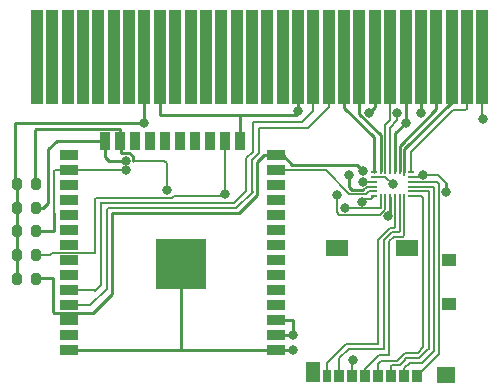
<source format=gbr>
%TF.GenerationSoftware,KiCad,Pcbnew,7.0.5*%
%TF.CreationDate,2023-07-07T14:49:14-05:00*%
%TF.ProjectId,leapsd,6c656170-7364-42e6-9b69-6361645f7063,rev?*%
%TF.SameCoordinates,Original*%
%TF.FileFunction,Copper,L1,Top*%
%TF.FilePolarity,Positive*%
%FSLAX46Y46*%
G04 Gerber Fmt 4.6, Leading zero omitted, Abs format (unit mm)*
G04 Created by KiCad (PCBNEW 7.0.5) date 2023-07-07 14:49:14*
%MOMM*%
%LPD*%
G01*
G04 APERTURE LIST*
G04 Aperture macros list*
%AMRoundRect*
0 Rectangle with rounded corners*
0 $1 Rounding radius*
0 $2 $3 $4 $5 $6 $7 $8 $9 X,Y pos of 4 corners*
0 Add a 4 corners polygon primitive as box body*
4,1,4,$2,$3,$4,$5,$6,$7,$8,$9,$2,$3,0*
0 Add four circle primitives for the rounded corners*
1,1,$1+$1,$2,$3*
1,1,$1+$1,$4,$5*
1,1,$1+$1,$6,$7*
1,1,$1+$1,$8,$9*
0 Add four rect primitives between the rounded corners*
20,1,$1+$1,$2,$3,$4,$5,0*
20,1,$1+$1,$4,$5,$6,$7,0*
20,1,$1+$1,$6,$7,$8,$9,0*
20,1,$1+$1,$8,$9,$2,$3,0*%
G04 Aperture macros list end*
%TA.AperFunction,SMDPad,CuDef*%
%ADD10RoundRect,0.200000X-0.200000X-0.275000X0.200000X-0.275000X0.200000X0.275000X-0.200000X0.275000X0*%
%TD*%
%TA.AperFunction,SMDPad,CuDef*%
%ADD11R,1.500000X0.900000*%
%TD*%
%TA.AperFunction,SMDPad,CuDef*%
%ADD12R,0.900000X1.500000*%
%TD*%
%TA.AperFunction,HeatsinkPad*%
%ADD13C,0.600000*%
%TD*%
%TA.AperFunction,SMDPad,CuDef*%
%ADD14R,1.050000X1.050000*%
%TD*%
%TA.AperFunction,SMDPad,CuDef*%
%ADD15R,4.200000X4.200000*%
%TD*%
%TA.AperFunction,SMDPad,CuDef*%
%ADD16R,0.850000X1.100000*%
%TD*%
%TA.AperFunction,SMDPad,CuDef*%
%ADD17R,0.750000X1.100000*%
%TD*%
%TA.AperFunction,SMDPad,CuDef*%
%ADD18R,1.200000X1.000000*%
%TD*%
%TA.AperFunction,SMDPad,CuDef*%
%ADD19R,1.550000X1.350000*%
%TD*%
%TA.AperFunction,SMDPad,CuDef*%
%ADD20R,1.900000X1.350000*%
%TD*%
%TA.AperFunction,SMDPad,CuDef*%
%ADD21R,1.170000X1.800000*%
%TD*%
%TA.AperFunction,SMDPad,CuDef*%
%ADD22R,0.001000X0.001000*%
%TD*%
%TA.AperFunction,ConnectorPad*%
%ADD23R,1.000000X8.000000*%
%TD*%
%TA.AperFunction,SMDPad,CuDef*%
%ADD24R,0.225000X0.663000*%
%TD*%
%TA.AperFunction,SMDPad,CuDef*%
%ADD25R,0.225000X0.563000*%
%TD*%
%TA.AperFunction,SMDPad,CuDef*%
%ADD26R,0.563000X0.225000*%
%TD*%
%TA.AperFunction,ViaPad*%
%ADD27C,0.800000*%
%TD*%
%TA.AperFunction,Conductor*%
%ADD28C,0.250000*%
%TD*%
%TA.AperFunction,Conductor*%
%ADD29C,0.200000*%
%TD*%
G04 APERTURE END LIST*
D10*
%TO.P,REF\u002A\u002A,1*%
%TO.N,N/C*%
X158175000Y-58000000D03*
%TO.P,REF\u002A\u002A,2*%
X159825000Y-58000000D03*
%TD*%
%TO.P,REF\u002A\u002A,1*%
%TO.N,N/C*%
X158175000Y-56000000D03*
%TO.P,REF\u002A\u002A,2*%
X159825000Y-56000000D03*
%TD*%
%TO.P,REF\u002A\u002A,1*%
%TO.N,N/C*%
X158175000Y-54000000D03*
%TO.P,REF\u002A\u002A,2*%
X159825000Y-54000000D03*
%TD*%
%TO.P,REF\u002A\u002A,1*%
%TO.N,N/C*%
X158175000Y-52000000D03*
%TO.P,REF\u002A\u002A,2*%
X159825000Y-52000000D03*
%TD*%
%TO.P,REF\u002A\u002A,1*%
%TO.N,N/C*%
X158175000Y-50000000D03*
%TO.P,REF\u002A\u002A,2*%
X159825000Y-50000000D03*
%TD*%
D11*
%TO.P,REF\u002A\u002A,1*%
%TO.N,N/C*%
X180125632Y-64075971D03*
%TO.P,REF\u002A\u002A,2*%
X180125632Y-62805971D03*
%TO.P,REF\u002A\u002A,3*%
X180125632Y-61535971D03*
%TO.P,REF\u002A\u002A,4*%
X180125632Y-60265971D03*
%TO.P,REF\u002A\u002A,5*%
X180125632Y-58995971D03*
%TO.P,REF\u002A\u002A,6*%
X180125632Y-57725971D03*
%TO.P,REF\u002A\u002A,7*%
X180125632Y-56455971D03*
%TO.P,REF\u002A\u002A,8*%
X180125632Y-55185971D03*
%TO.P,REF\u002A\u002A,9*%
X180125632Y-53915971D03*
%TO.P,REF\u002A\u002A,10*%
X180125632Y-52645971D03*
%TO.P,REF\u002A\u002A,11*%
X180125632Y-51375971D03*
%TO.P,REF\u002A\u002A,12*%
X180125632Y-50105971D03*
%TO.P,REF\u002A\u002A,13*%
X180125632Y-48835971D03*
%TO.P,REF\u002A\u002A,14*%
X180125632Y-47565971D03*
D12*
%TO.P,REF\u002A\u002A,15*%
X177085632Y-46315971D03*
%TO.P,REF\u002A\u002A,16*%
X175815632Y-46315971D03*
%TO.P,REF\u002A\u002A,17*%
X174545632Y-46315971D03*
%TO.P,REF\u002A\u002A,18*%
X173275632Y-46315971D03*
%TO.P,REF\u002A\u002A,19*%
X172005632Y-46315971D03*
%TO.P,REF\u002A\u002A,20*%
X170735632Y-46315971D03*
%TO.P,REF\u002A\u002A,21*%
X169465632Y-46315971D03*
%TO.P,REF\u002A\u002A,22*%
X168195632Y-46315971D03*
%TO.P,REF\u002A\u002A,23*%
X166925632Y-46315971D03*
%TO.P,REF\u002A\u002A,24*%
X165655632Y-46315971D03*
D11*
%TO.P,REF\u002A\u002A,25*%
X162625632Y-47565971D03*
%TO.P,REF\u002A\u002A,26*%
X162625632Y-48835971D03*
%TO.P,REF\u002A\u002A,27*%
X162625632Y-50105971D03*
%TO.P,REF\u002A\u002A,28*%
X162625632Y-51375971D03*
%TO.P,REF\u002A\u002A,29*%
X162625632Y-52645971D03*
%TO.P,REF\u002A\u002A,30*%
X162625632Y-53915971D03*
%TO.P,REF\u002A\u002A,31*%
X162625632Y-55185971D03*
%TO.P,REF\u002A\u002A,32*%
X162625632Y-56455971D03*
%TO.P,REF\u002A\u002A,33*%
X162625632Y-57725971D03*
%TO.P,REF\u002A\u002A,34*%
X162625632Y-58995971D03*
%TO.P,REF\u002A\u002A,35*%
X162625632Y-60265971D03*
%TO.P,REF\u002A\u002A,36*%
X162625632Y-61535971D03*
%TO.P,REF\u002A\u002A,37*%
X162625632Y-62805971D03*
%TO.P,REF\u002A\u002A,38*%
X162625632Y-64075971D03*
D13*
%TO.P,REF\u002A\u002A,39*%
X173580632Y-57498471D03*
X171293132Y-55210971D03*
D14*
X173580632Y-58260971D03*
D13*
X171293132Y-58260971D03*
X173580632Y-55973471D03*
D14*
X170530632Y-55210971D03*
X172055632Y-55210971D03*
D13*
X172818132Y-55210971D03*
X172818132Y-58260971D03*
X170530632Y-57498471D03*
X172055632Y-55973471D03*
D14*
X170530632Y-56735971D03*
X173580632Y-56735971D03*
X173580632Y-55210971D03*
X170530632Y-58260971D03*
D13*
X171293132Y-56735971D03*
D14*
X172055632Y-58260971D03*
D13*
X172818132Y-56735971D03*
D15*
X172055632Y-56735971D03*
D13*
X170530632Y-55973471D03*
D14*
X172055632Y-56735971D03*
D13*
X172055632Y-57498471D03*
%TD*%
D16*
%TO.P,Micro SD,1*%
%TO.N,N/C*%
X192105000Y-66250000D03*
%TO.P,Micro SD,2*%
X191005000Y-66250000D03*
%TO.P,Micro SD,3*%
X189905000Y-66250000D03*
%TO.P,Micro SD,4*%
X188805000Y-66250000D03*
%TO.P,Micro SD,5*%
X187705000Y-66250000D03*
%TO.P,Micro SD,6*%
X186605000Y-66250000D03*
%TO.P,Micro SD,7*%
X185505000Y-66250000D03*
D17*
%TO.P,Micro SD,8*%
X184455000Y-66250000D03*
D18*
%TO.P,Micro SD,9*%
X194740000Y-60100000D03*
%TO.P,Micro SD,10*%
X194740000Y-56400000D03*
D19*
%TO.P,Micro SD,11*%
X194565000Y-66125000D03*
D20*
X191240000Y-55425000D03*
X185270000Y-55425000D03*
D21*
X183245000Y-65900000D03*
%TD*%
D22*
%TO.P,1,0*%
%TO.N,N/C*%
X159900000Y-39200000D03*
X197600000Y-39200000D03*
D23*
%TO.P,1,1*%
X159900000Y-39200000D03*
%TO.P,1,2*%
X161200000Y-39200000D03*
%TO.P,1,3*%
X162500000Y-39200000D03*
%TO.P,1,4*%
X163800000Y-39200000D03*
%TO.P,1,5*%
X165100000Y-39200000D03*
%TO.P,1,6*%
X166400000Y-39200000D03*
%TO.P,1,7*%
X167700000Y-39200000D03*
%TO.P,1,8*%
X169000000Y-39200000D03*
%TO.P,1,9*%
X170300000Y-39200000D03*
%TO.P,1,10*%
X171600000Y-39200000D03*
%TO.P,1,11*%
X172900000Y-39200000D03*
%TO.P,1,12*%
X174200000Y-39200000D03*
%TO.P,1,13*%
X175500000Y-39200000D03*
%TO.P,1,14*%
X176800000Y-39200000D03*
%TO.P,1,15*%
X178100000Y-39200000D03*
%TO.P,1,16*%
X179400000Y-39200000D03*
%TO.P,1,17*%
X180700000Y-39200000D03*
%TO.P,1,18*%
X182000000Y-39200000D03*
%TO.P,1,19*%
X183300000Y-39200000D03*
%TO.P,1,20*%
X184600000Y-39200000D03*
%TO.P,1,21*%
X185900000Y-39200000D03*
%TO.P,1,22*%
X187200000Y-39200000D03*
%TO.P,1,23*%
X188500000Y-39200000D03*
%TO.P,1,24*%
X189800000Y-39200000D03*
%TO.P,1,25*%
X191100000Y-39200000D03*
%TO.P,1,26*%
X192400000Y-39200000D03*
%TO.P,1,27*%
X193700000Y-39200000D03*
%TO.P,1,28*%
X195000000Y-39200000D03*
%TO.P,1,29*%
X196300000Y-39200000D03*
%TO.P,1,30*%
X197600000Y-39200000D03*
%TD*%
D24*
%TO.P,REF\u002A\u002A,1*%
%TO.N,N/C*%
X191000000Y-48931500D03*
D25*
%TO.P,REF\u002A\u002A,2*%
X190600000Y-48881500D03*
%TO.P,REF\u002A\u002A,3*%
X190200000Y-48881500D03*
%TO.P,REF\u002A\u002A,4*%
X189800000Y-48881500D03*
%TO.P,REF\u002A\u002A,5*%
X189400000Y-48881500D03*
%TO.P,REF\u002A\u002A,6*%
X189000000Y-48881500D03*
D26*
%TO.P,REF\u002A\u002A,7*%
X188431500Y-49000000D03*
%TO.P,REF\u002A\u002A,8*%
X188431500Y-49400000D03*
%TO.P,REF\u002A\u002A,9*%
X188431500Y-49800000D03*
%TO.P,REF\u002A\u002A,10*%
X188431500Y-50200000D03*
%TO.P,REF\u002A\u002A,11*%
X188431500Y-50600000D03*
%TO.P,REF\u002A\u002A,12*%
X188431500Y-51000000D03*
D25*
%TO.P,REF\u002A\u002A,13*%
X189000000Y-51118500D03*
%TO.P,REF\u002A\u002A,14*%
X189400000Y-51118500D03*
%TO.P,REF\u002A\u002A,15*%
X189800000Y-51118500D03*
%TO.P,REF\u002A\u002A,16*%
X190200000Y-51118500D03*
%TO.P,REF\u002A\u002A,17*%
X190600000Y-51118500D03*
%TO.P,REF\u002A\u002A,18*%
X191000000Y-51118500D03*
D26*
%TO.P,REF\u002A\u002A,19*%
X191568500Y-51000000D03*
%TO.P,REF\u002A\u002A,20*%
X191568500Y-50600000D03*
%TO.P,REF\u002A\u002A,21*%
X191568500Y-50200000D03*
%TO.P,REF\u002A\u002A,22*%
X191568500Y-49800000D03*
%TO.P,REF\u002A\u002A,23*%
X191568500Y-49400000D03*
%TO.P,REF\u002A\u002A,24*%
X191568500Y-49000000D03*
%TD*%
D27*
%TO.N,*%
X187482218Y-48904763D03*
X189628065Y-52665125D03*
X185282897Y-50894915D03*
X175799262Y-50854730D03*
X186000000Y-52000000D03*
X170905954Y-50495477D03*
X187390686Y-51488444D03*
X167410468Y-47997584D03*
X186289331Y-49251353D03*
X194559569Y-50629091D03*
X192541414Y-49209458D03*
X190000000Y-50000000D03*
X197624385Y-44459797D03*
X187500106Y-49792750D03*
X167459868Y-48834485D03*
X181583861Y-64041734D03*
X181583861Y-62750160D03*
X186625169Y-64875008D03*
X190406262Y-44000000D03*
X169000000Y-44800000D03*
X182000000Y-43800000D03*
X191100000Y-44800000D03*
X188000000Y-44000000D03*
X192400000Y-44000000D03*
%TD*%
D28*
%TO.N,*%
X180125632Y-47565971D02*
X179121793Y-47565971D01*
X179121793Y-47565971D02*
X178536478Y-48151286D01*
X178536478Y-48151286D02*
X178536478Y-50899933D01*
X166264012Y-59290538D02*
X164672690Y-60881860D01*
X178536478Y-50899933D02*
X178560589Y-50924044D01*
X166264012Y-52443033D02*
X166264012Y-59290538D01*
X178560589Y-50924044D02*
X177041600Y-52443033D01*
X177041600Y-52443033D02*
X166264012Y-52443033D01*
X164672690Y-60881860D02*
X161345381Y-60881860D01*
X161345381Y-60881860D02*
X161321270Y-60905971D01*
X161321270Y-60905971D02*
X161224827Y-60809528D01*
X161224827Y-60809528D02*
X161224827Y-57964437D01*
X161224827Y-57964437D02*
X159860563Y-57964437D01*
X159860563Y-57964437D02*
X159825000Y-58000000D01*
X172000000Y-64075971D02*
X162625632Y-64075971D01*
X172000000Y-64075971D02*
X172055632Y-64020339D01*
X180125632Y-64075971D02*
X172000000Y-64075971D01*
X172055632Y-64020339D02*
X172055632Y-56735971D01*
X159825000Y-54000000D02*
X161304775Y-54000000D01*
X161304775Y-54000000D02*
X161371095Y-53933680D01*
X161371095Y-53933680D02*
X161350687Y-53913272D01*
X161350687Y-53913272D02*
X161350687Y-52474313D01*
D29*
X159825000Y-56000000D02*
X161000000Y-56000000D01*
X164847089Y-51221199D02*
X164887273Y-51181015D01*
X161000000Y-56000000D02*
X161197723Y-55802277D01*
X164786811Y-55802277D02*
X164847089Y-55741999D01*
X175653992Y-51000000D02*
X175799262Y-50854730D01*
X161197723Y-55802277D02*
X164786811Y-55802277D01*
X171336949Y-51181015D02*
X171517964Y-51000000D01*
X164847089Y-55741999D02*
X164847089Y-51221199D01*
X164887273Y-51181015D02*
X171336949Y-51181015D01*
X171517964Y-51000000D02*
X175653992Y-51000000D01*
X161350687Y-48900719D02*
X161350687Y-52474313D01*
X161415435Y-48835971D02*
X161350687Y-48900719D01*
X162625632Y-48835971D02*
X161415435Y-48835971D01*
X160022723Y-55802277D02*
X159825000Y-56000000D01*
D28*
X159825000Y-52000000D02*
X160401253Y-52000000D01*
X160401253Y-52000000D02*
X160850723Y-51550530D01*
X160850723Y-51550530D02*
X160850723Y-47050851D01*
X160850723Y-47050851D02*
X161585603Y-46315971D01*
X161585603Y-46315971D02*
X165655632Y-46315971D01*
X166925632Y-46315971D02*
X166925632Y-45325632D01*
X166925632Y-45325632D02*
X166950288Y-45300976D01*
X159700805Y-49875805D02*
X159825000Y-50000000D01*
X166950288Y-45300976D02*
X159800798Y-45300976D01*
X159800798Y-45300976D02*
X159700805Y-45400969D01*
X159700805Y-45400969D02*
X159700805Y-49875805D01*
X158175000Y-56000000D02*
X158175000Y-58000000D01*
X158175000Y-54000000D02*
X158175000Y-56000000D01*
X158175000Y-52000000D02*
X158175000Y-54000000D01*
X158175000Y-50000000D02*
X158175000Y-52000000D01*
X169000000Y-44800000D02*
X168998988Y-44801012D01*
X168998988Y-44801012D02*
X158000926Y-44801012D01*
X158000926Y-44801012D02*
X158000926Y-49825926D01*
X158000926Y-49825926D02*
X158175000Y-50000000D01*
D29*
X192541414Y-49209458D02*
X193843171Y-49209458D01*
X193843171Y-49209458D02*
X194559569Y-49925856D01*
X192590592Y-51173598D02*
X192416994Y-51000000D01*
X192416994Y-51000000D02*
X191568500Y-51000000D01*
D28*
X194559569Y-49925856D02*
X194559569Y-50629091D01*
D29*
X188431500Y-51000000D02*
X188212873Y-51218627D01*
X188212873Y-51218627D02*
X187660503Y-51218627D01*
X187660503Y-51218627D02*
X187390686Y-51488444D01*
X188431500Y-50600000D02*
X188023290Y-50600000D01*
X184349537Y-48835971D02*
X180125632Y-48835971D01*
X188023290Y-50600000D02*
X187787049Y-50836241D01*
X187787049Y-50836241D02*
X186349807Y-50836241D01*
X186349807Y-50836241D02*
X184349537Y-48835971D01*
X184600000Y-39200000D02*
X184600000Y-43441663D01*
X184600000Y-43441663D02*
X182833345Y-45208318D01*
X182833345Y-45208318D02*
X178708639Y-45208318D01*
X178708639Y-47374830D02*
X178125347Y-47958122D01*
X178708639Y-45208318D02*
X178708639Y-47374830D01*
X164359269Y-60265971D02*
X162625632Y-60265971D01*
X178125347Y-47958122D02*
X178125347Y-50582935D01*
X178125347Y-50582935D02*
X178167011Y-50624599D01*
X165792893Y-58832347D02*
X164359269Y-60265971D01*
X178167011Y-50624599D02*
X176750446Y-52041164D01*
X176750446Y-52041164D02*
X165917884Y-52041164D01*
X165917884Y-52041164D02*
X165792893Y-52166155D01*
X165792893Y-52166155D02*
X165792893Y-58832347D01*
X183300000Y-39200000D02*
X183300000Y-43783398D01*
X183300000Y-43783398D02*
X182333381Y-44750017D01*
X182333381Y-44750017D02*
X178167011Y-44750017D01*
X178167011Y-44750017D02*
X178167011Y-47249839D01*
X178167011Y-47249839D02*
X177625383Y-47791467D01*
X177625383Y-47791467D02*
X177625383Y-50541271D01*
X177625383Y-50541271D02*
X176583790Y-51582864D01*
X176583790Y-51582864D02*
X165334592Y-51582864D01*
X165334592Y-51582864D02*
X165292928Y-51541200D01*
X165292928Y-51541200D02*
X165292928Y-58540702D01*
X165292928Y-58540702D02*
X164834628Y-58999002D01*
X164834628Y-58999002D02*
X164831597Y-58995971D01*
X164831597Y-58995971D02*
X162625632Y-58995971D01*
D28*
X189800000Y-52493190D02*
X189628065Y-52665125D01*
X189800000Y-51118500D02*
X189800000Y-52493190D01*
X180125632Y-47565971D02*
X180694354Y-47565971D01*
X181502706Y-48374323D02*
X186951778Y-48374323D01*
X186951778Y-48374323D02*
X187482218Y-48904763D01*
X180694354Y-47565971D02*
X181502706Y-48374323D01*
D29*
X185282897Y-52361664D02*
X185282897Y-50894915D01*
X185483821Y-52562588D02*
X185282897Y-52361664D01*
X189400000Y-51118500D02*
X189400000Y-52122403D01*
X189400000Y-52122403D02*
X189281294Y-52241109D01*
X189281294Y-52241109D02*
X188959815Y-52562588D01*
X188959815Y-52562588D02*
X185483821Y-52562588D01*
X175815632Y-50838360D02*
X175815632Y-46315971D01*
X175799262Y-50854730D02*
X175815632Y-50838360D01*
X170667260Y-48000000D02*
X168000000Y-48000000D01*
X189000000Y-52000000D02*
X186000000Y-52000000D01*
X189000000Y-51118500D02*
X189000000Y-52000000D01*
X170905954Y-50495477D02*
X170905954Y-48238694D01*
X170905954Y-48238694D02*
X170667260Y-48000000D01*
D28*
X168000000Y-48000000D02*
X168000000Y-47647389D01*
X167694378Y-47341767D02*
X166971049Y-47341767D01*
X166971049Y-47341767D02*
X166971049Y-46361388D01*
X168000000Y-47647389D02*
X167694378Y-47341767D01*
X166971049Y-46361388D02*
X166925632Y-46315971D01*
D29*
X188431500Y-50200000D02*
X187824110Y-50200000D01*
X187824110Y-50200000D02*
X187494878Y-50529232D01*
D28*
X165655632Y-46315971D02*
X165655632Y-47655632D01*
X167408052Y-48000000D02*
X167410468Y-47997584D01*
X166000000Y-48000000D02*
X167408052Y-48000000D01*
X165655632Y-47655632D02*
X166000000Y-48000000D01*
X186289331Y-50215790D02*
X186361664Y-50288123D01*
X186289331Y-49251353D02*
X186289331Y-50215790D01*
X186361664Y-50288123D02*
X186602773Y-50529232D01*
X186602773Y-50529232D02*
X187494878Y-50529232D01*
D29*
X191568500Y-49400000D02*
X192350872Y-49400000D01*
X192350872Y-49400000D02*
X192541414Y-49209458D01*
X189400000Y-49400000D02*
X190000000Y-50000000D01*
X188431500Y-49400000D02*
X189400000Y-49400000D01*
X197624385Y-44459797D02*
X197600000Y-44435412D01*
X197600000Y-44435412D02*
X197600000Y-39200000D01*
D28*
X170530632Y-55210971D02*
X172055632Y-55210971D01*
X170530632Y-56735971D02*
X170530632Y-55210971D01*
X170530632Y-58260971D02*
X170530632Y-56735971D01*
X172055632Y-58260971D02*
X170530632Y-58260971D01*
X173580632Y-58260971D02*
X172055632Y-58260971D01*
X173580632Y-56735971D02*
X173580632Y-58260971D01*
X173580632Y-55210971D02*
X173580632Y-56735971D01*
X173580632Y-55210971D02*
X172055632Y-55210971D01*
D29*
X187507356Y-49800000D02*
X187500106Y-49792750D01*
X167458382Y-48835971D02*
X162625632Y-48835971D01*
X188431500Y-49800000D02*
X187507356Y-49800000D01*
X167459868Y-48834485D02*
X167458382Y-48835971D01*
D28*
X180125632Y-61535971D02*
X181589803Y-61535971D01*
X181589803Y-61535971D02*
X181589803Y-62744218D01*
X181589803Y-62744218D02*
X181583861Y-62750160D01*
X180125632Y-64075971D02*
X181549624Y-64075971D01*
X181549624Y-64075971D02*
X181583861Y-64041734D01*
X180125632Y-62805971D02*
X181528050Y-62805971D01*
X181528050Y-62805971D02*
X181583861Y-62750160D01*
X170300000Y-44100000D02*
X177000000Y-44100000D01*
X177000000Y-44100000D02*
X181900000Y-44100000D01*
X177085632Y-46315971D02*
X177085632Y-44185632D01*
X177085632Y-44185632D02*
X177000000Y-44100000D01*
D29*
X186605000Y-66250000D02*
X186605000Y-64895177D01*
X186605000Y-64895177D02*
X186625169Y-64875008D01*
X190200000Y-51118500D02*
X190200000Y-53633629D01*
X190200000Y-53633629D02*
X190160209Y-53673420D01*
X186097999Y-63533828D02*
X184455000Y-65176827D01*
X190160209Y-53673420D02*
X189813012Y-53673420D01*
X189813012Y-53673420D02*
X188771419Y-54715013D01*
X188771419Y-54715013D02*
X188771419Y-63533828D01*
X188771419Y-63533828D02*
X186097999Y-63533828D01*
X184455000Y-65176827D02*
X184455000Y-66250000D01*
X190600000Y-51118500D02*
X190600000Y-53962744D01*
X186306317Y-63950465D02*
X185505000Y-64751782D01*
X190600000Y-53962744D02*
X190542126Y-54020618D01*
X190542126Y-54020618D02*
X189986610Y-54020618D01*
X189986610Y-54020618D02*
X189257496Y-54749732D01*
X189257496Y-54749732D02*
X189257496Y-63950465D01*
X189257496Y-63950465D02*
X186306317Y-63950465D01*
X185505000Y-64751782D02*
X185505000Y-66250000D01*
X191000000Y-51118500D02*
X191000000Y-54326579D01*
X191000000Y-54326579D02*
X190889324Y-54437255D01*
X188875579Y-64471262D02*
X187705000Y-65641841D01*
X190889324Y-54437255D02*
X190125489Y-54437255D01*
X190125489Y-54437255D02*
X189743572Y-54819172D01*
X189743572Y-54819172D02*
X189743572Y-64471262D01*
X187705000Y-65641841D02*
X187705000Y-66250000D01*
X189743572Y-64471262D02*
X188875579Y-64471262D01*
X188805000Y-66250000D02*
X188805000Y-65195000D01*
X189042662Y-64957338D02*
X190403247Y-64957338D01*
X188805000Y-65195000D02*
X189042662Y-64957338D01*
X190403247Y-64957338D02*
X191097642Y-64262943D01*
X192590592Y-63811586D02*
X192590592Y-51173598D01*
X191097642Y-64262943D02*
X192139235Y-64262943D01*
X192139235Y-64262943D02*
X192590592Y-63811586D01*
X189905000Y-66250000D02*
X189905000Y-65351426D01*
X192989147Y-50600000D02*
X191568500Y-50600000D01*
X189905000Y-65351426D02*
X189917171Y-65339255D01*
X190611566Y-65339255D02*
X191097642Y-64853179D01*
X189917171Y-65339255D02*
X190611566Y-65339255D01*
X191097642Y-64853179D02*
X191097642Y-64714300D01*
X193076668Y-63985185D02*
X193076668Y-50687521D01*
X191097642Y-64714300D02*
X192208674Y-64714300D01*
X193007229Y-63985185D02*
X193076668Y-63985185D01*
X192208674Y-64714300D02*
X192243394Y-64749020D01*
X192243394Y-64749020D02*
X193007229Y-63985185D01*
X193076668Y-50687521D02*
X192989147Y-50600000D01*
X191568500Y-50200000D02*
X193387700Y-50200000D01*
X193387700Y-50200000D02*
X193493305Y-50305605D01*
X193493305Y-50305605D02*
X193493305Y-64158784D01*
X192521152Y-65130937D02*
X191514280Y-65130937D01*
X191005000Y-65570777D02*
X191005000Y-66250000D01*
X193493305Y-64158784D02*
X192521152Y-65130937D01*
X191479560Y-65096217D02*
X191005000Y-65570777D01*
X191514280Y-65130937D02*
X191479560Y-65096217D01*
X192105000Y-66250000D02*
X193944662Y-64410338D01*
X193944662Y-64410338D02*
X193944662Y-49944662D01*
X193944662Y-49944662D02*
X193800000Y-49800000D01*
X193800000Y-49800000D02*
X191568500Y-49800000D01*
X196300000Y-43588481D02*
X196300000Y-39200000D01*
X196144666Y-43743815D02*
X196300000Y-43588481D01*
X195083784Y-43743815D02*
X196144666Y-43743815D01*
X191568500Y-47259099D02*
X195083784Y-43743815D01*
X191568500Y-49000000D02*
X191568500Y-47259099D01*
D28*
X191000000Y-48931500D02*
X191000000Y-47000000D01*
X191000000Y-47000000D02*
X195000000Y-43000000D01*
X195000000Y-43000000D02*
X195000000Y-39200000D01*
X190600000Y-48881500D02*
X190600000Y-46756832D01*
X190600000Y-46756832D02*
X193700000Y-43656832D01*
X193700000Y-43656832D02*
X193700000Y-39200000D01*
X188431500Y-49000000D02*
X188431500Y-46036689D01*
X188431500Y-46036689D02*
X185900000Y-43505189D01*
X185900000Y-43505189D02*
X185900000Y-39200000D01*
X189000000Y-48881500D02*
X189000000Y-45857750D01*
X189000000Y-45857750D02*
X187200000Y-44057750D01*
X187200000Y-44057750D02*
X187200000Y-39200000D01*
D29*
X190406262Y-44593738D02*
X190406262Y-44000000D01*
X189800000Y-48881500D02*
X189800000Y-45200000D01*
X189800000Y-45200000D02*
X190406262Y-44593738D01*
X189400000Y-45000000D02*
X189800000Y-44600000D01*
X189800000Y-44600000D02*
X189800000Y-39200000D01*
X189400000Y-48881500D02*
X189400000Y-45000000D01*
D28*
X190200000Y-48881500D02*
X190200000Y-45700000D01*
X190200000Y-45700000D02*
X191100000Y-44800000D01*
X170300000Y-39200000D02*
X170300000Y-44100000D01*
X181900000Y-44100000D02*
X182000000Y-44000000D01*
X182000000Y-43800000D02*
X182000000Y-39200000D01*
X191100000Y-39200000D02*
X191100000Y-44800000D01*
X192400000Y-39200000D02*
X192400000Y-44000000D01*
X169000000Y-39200000D02*
X169000000Y-44800000D01*
X188500000Y-39200000D02*
X188500000Y-43500000D01*
X188500000Y-43500000D02*
X188000000Y-44000000D01*
X182000000Y-44000000D02*
X182000000Y-43800000D01*
%TD*%
M02*

</source>
